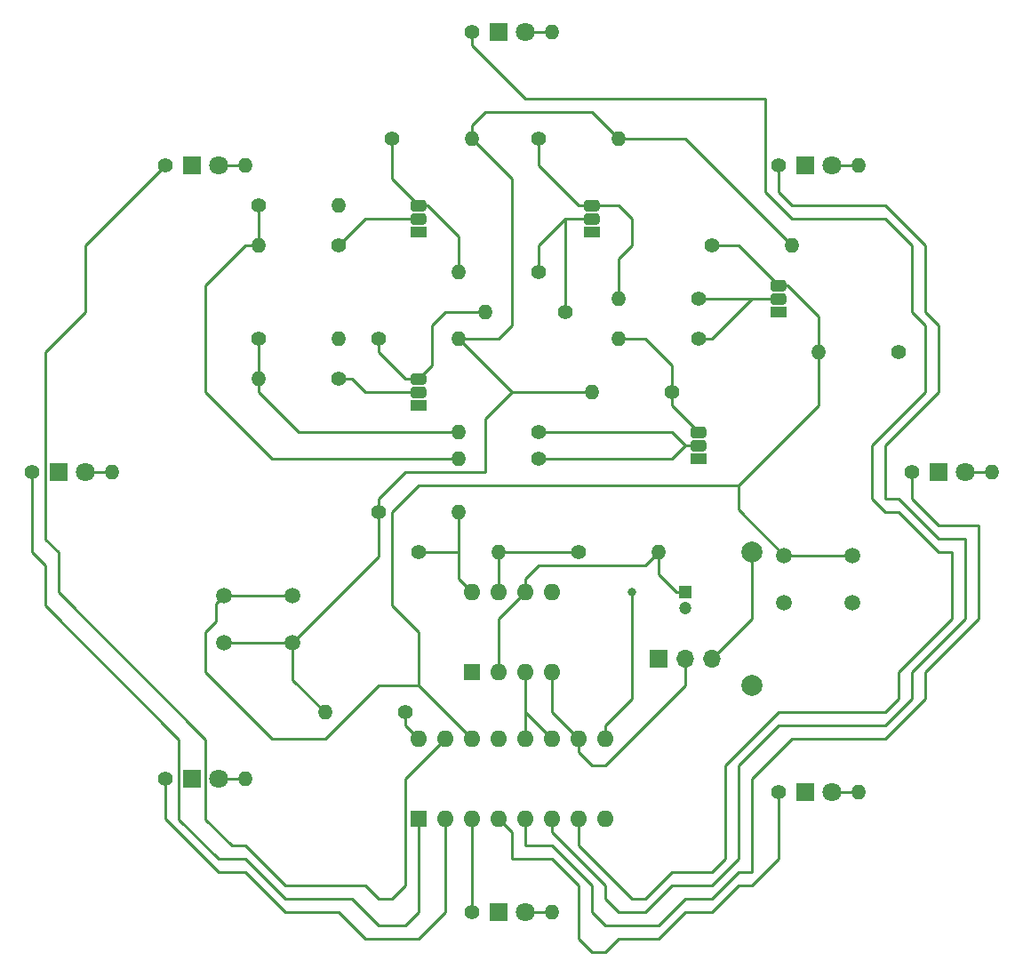
<source format=gtl>
G04 #@! TF.GenerationSoftware,KiCad,Pcbnew,(5.0.0-3-g5ebb6b6)*
G04 #@! TF.CreationDate,2018-09-25T19:29:36-07:00*
G04 #@! TF.ProjectId,christmas-board,6368726973746D61732D626F6172642E,rev?*
G04 #@! TF.SameCoordinates,Original*
G04 #@! TF.FileFunction,Copper,L1,Top,Signal*
G04 #@! TF.FilePolarity,Positive*
%FSLAX46Y46*%
G04 Gerber Fmt 4.6, Leading zero omitted, Abs format (unit mm)*
G04 Created by KiCad (PCBNEW (5.0.0-3-g5ebb6b6)) date Tuesday, September 25, 2018 at 07:29:36 PM*
%MOMM*%
%LPD*%
G01*
G04 APERTURE LIST*
G04 #@! TA.AperFunction,ComponentPad*
%ADD10C,2.000000*%
G04 #@! TD*
G04 #@! TA.AperFunction,ComponentPad*
%ADD11C,1.500000*%
G04 #@! TD*
G04 #@! TA.AperFunction,ComponentPad*
%ADD12R,1.200000X1.200000*%
G04 #@! TD*
G04 #@! TA.AperFunction,ComponentPad*
%ADD13C,1.200000*%
G04 #@! TD*
G04 #@! TA.AperFunction,ComponentPad*
%ADD14C,1.800000*%
G04 #@! TD*
G04 #@! TA.AperFunction,ComponentPad*
%ADD15R,1.800000X1.800000*%
G04 #@! TD*
G04 #@! TA.AperFunction,Conductor*
%ADD16C,0.100000*%
G04 #@! TD*
G04 #@! TA.AperFunction,ComponentPad*
%ADD17C,1.050000*%
G04 #@! TD*
G04 #@! TA.AperFunction,ComponentPad*
%ADD18R,1.500000X1.050000*%
G04 #@! TD*
G04 #@! TA.AperFunction,ComponentPad*
%ADD19C,1.400000*%
G04 #@! TD*
G04 #@! TA.AperFunction,ComponentPad*
%ADD20O,1.400000X1.400000*%
G04 #@! TD*
G04 #@! TA.AperFunction,ComponentPad*
%ADD21R,1.600000X1.600000*%
G04 #@! TD*
G04 #@! TA.AperFunction,ComponentPad*
%ADD22O,1.600000X1.600000*%
G04 #@! TD*
G04 #@! TA.AperFunction,ComponentPad*
%ADD23R,1.700000X1.700000*%
G04 #@! TD*
G04 #@! TA.AperFunction,ComponentPad*
%ADD24O,1.700000X1.700000*%
G04 #@! TD*
G04 #@! TA.AperFunction,ViaPad*
%ADD25C,0.800000*%
G04 #@! TD*
G04 #@! TA.AperFunction,Conductor*
%ADD26C,0.250000*%
G04 #@! TD*
G04 APERTURE END LIST*
D10*
G04 #@! TO.P,J1,1*
G04 #@! TO.N,Net-(J1-Pad1)*
X133350000Y-96520000D03*
G04 #@! TO.P,J1,2*
G04 #@! TO.N,GND*
X133350000Y-109220000D03*
G04 #@! TD*
D11*
G04 #@! TO.P,SW2,2*
G04 #@! TO.N,/PULL_HIGH*
X142950000Y-96810000D03*
X136450000Y-96810000D03*
G04 #@! TO.P,SW2,1*
G04 #@! TO.N,GND*
X136450000Y-101310000D03*
X142950000Y-101310000D03*
G04 #@! TD*
G04 #@! TO.P,SW1,2*
G04 #@! TO.N,/PULL_HIGH*
X89610000Y-100620000D03*
X83110000Y-100620000D03*
G04 #@! TO.P,SW1,1*
G04 #@! TO.N,VCC*
X83110000Y-105120000D03*
X89610000Y-105120000D03*
G04 #@! TD*
D12*
G04 #@! TO.P,C1,1*
G04 #@! TO.N,Net-(C1-Pad1)*
X127000000Y-100330000D03*
D13*
G04 #@! TO.P,C1,2*
G04 #@! TO.N,GND*
X127000000Y-101830000D03*
G04 #@! TD*
D14*
G04 #@! TO.P,D1,2*
G04 #@! TO.N,Net-(D1-Pad2)*
X82550000Y-59690000D03*
D15*
G04 #@! TO.P,D1,1*
G04 #@! TO.N,GND*
X80010000Y-59690000D03*
G04 #@! TD*
G04 #@! TO.P,D2,1*
G04 #@! TO.N,GND*
X67310000Y-88900000D03*
D14*
G04 #@! TO.P,D2,2*
G04 #@! TO.N,Net-(D2-Pad2)*
X69850000Y-88900000D03*
G04 #@! TD*
G04 #@! TO.P,D3,2*
G04 #@! TO.N,Net-(D3-Pad2)*
X82550000Y-118110000D03*
D15*
G04 #@! TO.P,D3,1*
G04 #@! TO.N,GND*
X80010000Y-118110000D03*
G04 #@! TD*
G04 #@! TO.P,D4,1*
G04 #@! TO.N,GND*
X109220000Y-130810000D03*
D14*
G04 #@! TO.P,D4,2*
G04 #@! TO.N,Net-(D4-Pad2)*
X111760000Y-130810000D03*
G04 #@! TD*
D15*
G04 #@! TO.P,D5,1*
G04 #@! TO.N,GND*
X138430000Y-119380000D03*
D14*
G04 #@! TO.P,D5,2*
G04 #@! TO.N,Net-(D5-Pad2)*
X140970000Y-119380000D03*
G04 #@! TD*
G04 #@! TO.P,D6,2*
G04 #@! TO.N,Net-(D6-Pad2)*
X153670000Y-88900000D03*
D15*
G04 #@! TO.P,D6,1*
G04 #@! TO.N,GND*
X151130000Y-88900000D03*
G04 #@! TD*
G04 #@! TO.P,D7,1*
G04 #@! TO.N,GND*
X138430000Y-59690000D03*
D14*
G04 #@! TO.P,D7,2*
G04 #@! TO.N,Net-(D7-Pad2)*
X140970000Y-59690000D03*
G04 #@! TD*
G04 #@! TO.P,D8,2*
G04 #@! TO.N,Net-(D8-Pad2)*
X111760000Y-46990000D03*
D15*
G04 #@! TO.P,D8,1*
G04 #@! TO.N,GND*
X109220000Y-46990000D03*
G04 #@! TD*
D16*
G04 #@! TO.N,Net-(Q1-Pad2)*
G04 #@! TO.C,Q1*
G36*
X102113229Y-64246264D02*
X102138711Y-64250044D01*
X102163700Y-64256303D01*
X102187954Y-64264982D01*
X102211242Y-64275996D01*
X102233337Y-64289239D01*
X102254028Y-64304585D01*
X102273116Y-64321884D01*
X102290415Y-64340972D01*
X102305761Y-64361663D01*
X102319004Y-64383758D01*
X102330018Y-64407046D01*
X102338697Y-64431300D01*
X102344956Y-64456289D01*
X102348736Y-64481771D01*
X102350000Y-64507500D01*
X102350000Y-65032500D01*
X102348736Y-65058229D01*
X102344956Y-65083711D01*
X102338697Y-65108700D01*
X102330018Y-65132954D01*
X102319004Y-65156242D01*
X102305761Y-65178337D01*
X102290415Y-65199028D01*
X102273116Y-65218116D01*
X102254028Y-65235415D01*
X102233337Y-65250761D01*
X102211242Y-65264004D01*
X102187954Y-65275018D01*
X102163700Y-65283697D01*
X102138711Y-65289956D01*
X102113229Y-65293736D01*
X102087500Y-65295000D01*
X101112500Y-65295000D01*
X101086771Y-65293736D01*
X101061289Y-65289956D01*
X101036300Y-65283697D01*
X101012046Y-65275018D01*
X100988758Y-65264004D01*
X100966663Y-65250761D01*
X100945972Y-65235415D01*
X100926884Y-65218116D01*
X100909585Y-65199028D01*
X100894239Y-65178337D01*
X100880996Y-65156242D01*
X100869982Y-65132954D01*
X100861303Y-65108700D01*
X100855044Y-65083711D01*
X100851264Y-65058229D01*
X100850000Y-65032500D01*
X100850000Y-64507500D01*
X100851264Y-64481771D01*
X100855044Y-64456289D01*
X100861303Y-64431300D01*
X100869982Y-64407046D01*
X100880996Y-64383758D01*
X100894239Y-64361663D01*
X100909585Y-64340972D01*
X100926884Y-64321884D01*
X100945972Y-64304585D01*
X100966663Y-64289239D01*
X100988758Y-64275996D01*
X101012046Y-64264982D01*
X101036300Y-64256303D01*
X101061289Y-64250044D01*
X101086771Y-64246264D01*
X101112500Y-64245000D01*
X102087500Y-64245000D01*
X102113229Y-64246264D01*
X102113229Y-64246264D01*
G37*
D17*
G04 #@! TD*
G04 #@! TO.P,Q1,2*
G04 #@! TO.N,Net-(Q1-Pad2)*
X101600000Y-64770000D03*
D16*
G04 #@! TO.N,Net-(Q1-Pad3)*
G04 #@! TO.C,Q1*
G36*
X102113229Y-62976264D02*
X102138711Y-62980044D01*
X102163700Y-62986303D01*
X102187954Y-62994982D01*
X102211242Y-63005996D01*
X102233337Y-63019239D01*
X102254028Y-63034585D01*
X102273116Y-63051884D01*
X102290415Y-63070972D01*
X102305761Y-63091663D01*
X102319004Y-63113758D01*
X102330018Y-63137046D01*
X102338697Y-63161300D01*
X102344956Y-63186289D01*
X102348736Y-63211771D01*
X102350000Y-63237500D01*
X102350000Y-63762500D01*
X102348736Y-63788229D01*
X102344956Y-63813711D01*
X102338697Y-63838700D01*
X102330018Y-63862954D01*
X102319004Y-63886242D01*
X102305761Y-63908337D01*
X102290415Y-63929028D01*
X102273116Y-63948116D01*
X102254028Y-63965415D01*
X102233337Y-63980761D01*
X102211242Y-63994004D01*
X102187954Y-64005018D01*
X102163700Y-64013697D01*
X102138711Y-64019956D01*
X102113229Y-64023736D01*
X102087500Y-64025000D01*
X101112500Y-64025000D01*
X101086771Y-64023736D01*
X101061289Y-64019956D01*
X101036300Y-64013697D01*
X101012046Y-64005018D01*
X100988758Y-63994004D01*
X100966663Y-63980761D01*
X100945972Y-63965415D01*
X100926884Y-63948116D01*
X100909585Y-63929028D01*
X100894239Y-63908337D01*
X100880996Y-63886242D01*
X100869982Y-63862954D01*
X100861303Y-63838700D01*
X100855044Y-63813711D01*
X100851264Y-63788229D01*
X100850000Y-63762500D01*
X100850000Y-63237500D01*
X100851264Y-63211771D01*
X100855044Y-63186289D01*
X100861303Y-63161300D01*
X100869982Y-63137046D01*
X100880996Y-63113758D01*
X100894239Y-63091663D01*
X100909585Y-63070972D01*
X100926884Y-63051884D01*
X100945972Y-63034585D01*
X100966663Y-63019239D01*
X100988758Y-63005996D01*
X101012046Y-62994982D01*
X101036300Y-62986303D01*
X101061289Y-62980044D01*
X101086771Y-62976264D01*
X101112500Y-62975000D01*
X102087500Y-62975000D01*
X102113229Y-62976264D01*
X102113229Y-62976264D01*
G37*
D17*
G04 #@! TD*
G04 #@! TO.P,Q1,3*
G04 #@! TO.N,Net-(Q1-Pad3)*
X101600000Y-63500000D03*
D18*
G04 #@! TO.P,Q1,1*
G04 #@! TO.N,GND*
X101600000Y-66040000D03*
G04 #@! TD*
D16*
G04 #@! TO.N,Net-(Q2-Pad2)*
G04 #@! TO.C,Q2*
G36*
X102113229Y-80756264D02*
X102138711Y-80760044D01*
X102163700Y-80766303D01*
X102187954Y-80774982D01*
X102211242Y-80785996D01*
X102233337Y-80799239D01*
X102254028Y-80814585D01*
X102273116Y-80831884D01*
X102290415Y-80850972D01*
X102305761Y-80871663D01*
X102319004Y-80893758D01*
X102330018Y-80917046D01*
X102338697Y-80941300D01*
X102344956Y-80966289D01*
X102348736Y-80991771D01*
X102350000Y-81017500D01*
X102350000Y-81542500D01*
X102348736Y-81568229D01*
X102344956Y-81593711D01*
X102338697Y-81618700D01*
X102330018Y-81642954D01*
X102319004Y-81666242D01*
X102305761Y-81688337D01*
X102290415Y-81709028D01*
X102273116Y-81728116D01*
X102254028Y-81745415D01*
X102233337Y-81760761D01*
X102211242Y-81774004D01*
X102187954Y-81785018D01*
X102163700Y-81793697D01*
X102138711Y-81799956D01*
X102113229Y-81803736D01*
X102087500Y-81805000D01*
X101112500Y-81805000D01*
X101086771Y-81803736D01*
X101061289Y-81799956D01*
X101036300Y-81793697D01*
X101012046Y-81785018D01*
X100988758Y-81774004D01*
X100966663Y-81760761D01*
X100945972Y-81745415D01*
X100926884Y-81728116D01*
X100909585Y-81709028D01*
X100894239Y-81688337D01*
X100880996Y-81666242D01*
X100869982Y-81642954D01*
X100861303Y-81618700D01*
X100855044Y-81593711D01*
X100851264Y-81568229D01*
X100850000Y-81542500D01*
X100850000Y-81017500D01*
X100851264Y-80991771D01*
X100855044Y-80966289D01*
X100861303Y-80941300D01*
X100869982Y-80917046D01*
X100880996Y-80893758D01*
X100894239Y-80871663D01*
X100909585Y-80850972D01*
X100926884Y-80831884D01*
X100945972Y-80814585D01*
X100966663Y-80799239D01*
X100988758Y-80785996D01*
X101012046Y-80774982D01*
X101036300Y-80766303D01*
X101061289Y-80760044D01*
X101086771Y-80756264D01*
X101112500Y-80755000D01*
X102087500Y-80755000D01*
X102113229Y-80756264D01*
X102113229Y-80756264D01*
G37*
D17*
G04 #@! TD*
G04 #@! TO.P,Q2,2*
G04 #@! TO.N,Net-(Q2-Pad2)*
X101600000Y-81280000D03*
D16*
G04 #@! TO.N,Net-(Q2-Pad3)*
G04 #@! TO.C,Q2*
G36*
X102113229Y-79486264D02*
X102138711Y-79490044D01*
X102163700Y-79496303D01*
X102187954Y-79504982D01*
X102211242Y-79515996D01*
X102233337Y-79529239D01*
X102254028Y-79544585D01*
X102273116Y-79561884D01*
X102290415Y-79580972D01*
X102305761Y-79601663D01*
X102319004Y-79623758D01*
X102330018Y-79647046D01*
X102338697Y-79671300D01*
X102344956Y-79696289D01*
X102348736Y-79721771D01*
X102350000Y-79747500D01*
X102350000Y-80272500D01*
X102348736Y-80298229D01*
X102344956Y-80323711D01*
X102338697Y-80348700D01*
X102330018Y-80372954D01*
X102319004Y-80396242D01*
X102305761Y-80418337D01*
X102290415Y-80439028D01*
X102273116Y-80458116D01*
X102254028Y-80475415D01*
X102233337Y-80490761D01*
X102211242Y-80504004D01*
X102187954Y-80515018D01*
X102163700Y-80523697D01*
X102138711Y-80529956D01*
X102113229Y-80533736D01*
X102087500Y-80535000D01*
X101112500Y-80535000D01*
X101086771Y-80533736D01*
X101061289Y-80529956D01*
X101036300Y-80523697D01*
X101012046Y-80515018D01*
X100988758Y-80504004D01*
X100966663Y-80490761D01*
X100945972Y-80475415D01*
X100926884Y-80458116D01*
X100909585Y-80439028D01*
X100894239Y-80418337D01*
X100880996Y-80396242D01*
X100869982Y-80372954D01*
X100861303Y-80348700D01*
X100855044Y-80323711D01*
X100851264Y-80298229D01*
X100850000Y-80272500D01*
X100850000Y-79747500D01*
X100851264Y-79721771D01*
X100855044Y-79696289D01*
X100861303Y-79671300D01*
X100869982Y-79647046D01*
X100880996Y-79623758D01*
X100894239Y-79601663D01*
X100909585Y-79580972D01*
X100926884Y-79561884D01*
X100945972Y-79544585D01*
X100966663Y-79529239D01*
X100988758Y-79515996D01*
X101012046Y-79504982D01*
X101036300Y-79496303D01*
X101061289Y-79490044D01*
X101086771Y-79486264D01*
X101112500Y-79485000D01*
X102087500Y-79485000D01*
X102113229Y-79486264D01*
X102113229Y-79486264D01*
G37*
D17*
G04 #@! TD*
G04 #@! TO.P,Q2,3*
G04 #@! TO.N,Net-(Q2-Pad3)*
X101600000Y-80010000D03*
D18*
G04 #@! TO.P,Q2,1*
G04 #@! TO.N,GND*
X101600000Y-82550000D03*
G04 #@! TD*
G04 #@! TO.P,Q3,1*
G04 #@! TO.N,GND*
X118110000Y-66040000D03*
D16*
G04 #@! TD*
G04 #@! TO.N,Net-(Q3-Pad3)*
G04 #@! TO.C,Q3*
G36*
X118623229Y-62976264D02*
X118648711Y-62980044D01*
X118673700Y-62986303D01*
X118697954Y-62994982D01*
X118721242Y-63005996D01*
X118743337Y-63019239D01*
X118764028Y-63034585D01*
X118783116Y-63051884D01*
X118800415Y-63070972D01*
X118815761Y-63091663D01*
X118829004Y-63113758D01*
X118840018Y-63137046D01*
X118848697Y-63161300D01*
X118854956Y-63186289D01*
X118858736Y-63211771D01*
X118860000Y-63237500D01*
X118860000Y-63762500D01*
X118858736Y-63788229D01*
X118854956Y-63813711D01*
X118848697Y-63838700D01*
X118840018Y-63862954D01*
X118829004Y-63886242D01*
X118815761Y-63908337D01*
X118800415Y-63929028D01*
X118783116Y-63948116D01*
X118764028Y-63965415D01*
X118743337Y-63980761D01*
X118721242Y-63994004D01*
X118697954Y-64005018D01*
X118673700Y-64013697D01*
X118648711Y-64019956D01*
X118623229Y-64023736D01*
X118597500Y-64025000D01*
X117622500Y-64025000D01*
X117596771Y-64023736D01*
X117571289Y-64019956D01*
X117546300Y-64013697D01*
X117522046Y-64005018D01*
X117498758Y-63994004D01*
X117476663Y-63980761D01*
X117455972Y-63965415D01*
X117436884Y-63948116D01*
X117419585Y-63929028D01*
X117404239Y-63908337D01*
X117390996Y-63886242D01*
X117379982Y-63862954D01*
X117371303Y-63838700D01*
X117365044Y-63813711D01*
X117361264Y-63788229D01*
X117360000Y-63762500D01*
X117360000Y-63237500D01*
X117361264Y-63211771D01*
X117365044Y-63186289D01*
X117371303Y-63161300D01*
X117379982Y-63137046D01*
X117390996Y-63113758D01*
X117404239Y-63091663D01*
X117419585Y-63070972D01*
X117436884Y-63051884D01*
X117455972Y-63034585D01*
X117476663Y-63019239D01*
X117498758Y-63005996D01*
X117522046Y-62994982D01*
X117546300Y-62986303D01*
X117571289Y-62980044D01*
X117596771Y-62976264D01*
X117622500Y-62975000D01*
X118597500Y-62975000D01*
X118623229Y-62976264D01*
X118623229Y-62976264D01*
G37*
D17*
G04 #@! TO.P,Q3,3*
G04 #@! TO.N,Net-(Q3-Pad3)*
X118110000Y-63500000D03*
D16*
G04 #@! TD*
G04 #@! TO.N,Net-(Q3-Pad2)*
G04 #@! TO.C,Q3*
G36*
X118623229Y-64246264D02*
X118648711Y-64250044D01*
X118673700Y-64256303D01*
X118697954Y-64264982D01*
X118721242Y-64275996D01*
X118743337Y-64289239D01*
X118764028Y-64304585D01*
X118783116Y-64321884D01*
X118800415Y-64340972D01*
X118815761Y-64361663D01*
X118829004Y-64383758D01*
X118840018Y-64407046D01*
X118848697Y-64431300D01*
X118854956Y-64456289D01*
X118858736Y-64481771D01*
X118860000Y-64507500D01*
X118860000Y-65032500D01*
X118858736Y-65058229D01*
X118854956Y-65083711D01*
X118848697Y-65108700D01*
X118840018Y-65132954D01*
X118829004Y-65156242D01*
X118815761Y-65178337D01*
X118800415Y-65199028D01*
X118783116Y-65218116D01*
X118764028Y-65235415D01*
X118743337Y-65250761D01*
X118721242Y-65264004D01*
X118697954Y-65275018D01*
X118673700Y-65283697D01*
X118648711Y-65289956D01*
X118623229Y-65293736D01*
X118597500Y-65295000D01*
X117622500Y-65295000D01*
X117596771Y-65293736D01*
X117571289Y-65289956D01*
X117546300Y-65283697D01*
X117522046Y-65275018D01*
X117498758Y-65264004D01*
X117476663Y-65250761D01*
X117455972Y-65235415D01*
X117436884Y-65218116D01*
X117419585Y-65199028D01*
X117404239Y-65178337D01*
X117390996Y-65156242D01*
X117379982Y-65132954D01*
X117371303Y-65108700D01*
X117365044Y-65083711D01*
X117361264Y-65058229D01*
X117360000Y-65032500D01*
X117360000Y-64507500D01*
X117361264Y-64481771D01*
X117365044Y-64456289D01*
X117371303Y-64431300D01*
X117379982Y-64407046D01*
X117390996Y-64383758D01*
X117404239Y-64361663D01*
X117419585Y-64340972D01*
X117436884Y-64321884D01*
X117455972Y-64304585D01*
X117476663Y-64289239D01*
X117498758Y-64275996D01*
X117522046Y-64264982D01*
X117546300Y-64256303D01*
X117571289Y-64250044D01*
X117596771Y-64246264D01*
X117622500Y-64245000D01*
X118597500Y-64245000D01*
X118623229Y-64246264D01*
X118623229Y-64246264D01*
G37*
D17*
G04 #@! TO.P,Q3,2*
G04 #@! TO.N,Net-(Q3-Pad2)*
X118110000Y-64770000D03*
G04 #@! TD*
D18*
G04 #@! TO.P,Q4,1*
G04 #@! TO.N,GND*
X128270000Y-87630000D03*
D16*
G04 #@! TD*
G04 #@! TO.N,Net-(Q4-Pad3)*
G04 #@! TO.C,Q4*
G36*
X128783229Y-84566264D02*
X128808711Y-84570044D01*
X128833700Y-84576303D01*
X128857954Y-84584982D01*
X128881242Y-84595996D01*
X128903337Y-84609239D01*
X128924028Y-84624585D01*
X128943116Y-84641884D01*
X128960415Y-84660972D01*
X128975761Y-84681663D01*
X128989004Y-84703758D01*
X129000018Y-84727046D01*
X129008697Y-84751300D01*
X129014956Y-84776289D01*
X129018736Y-84801771D01*
X129020000Y-84827500D01*
X129020000Y-85352500D01*
X129018736Y-85378229D01*
X129014956Y-85403711D01*
X129008697Y-85428700D01*
X129000018Y-85452954D01*
X128989004Y-85476242D01*
X128975761Y-85498337D01*
X128960415Y-85519028D01*
X128943116Y-85538116D01*
X128924028Y-85555415D01*
X128903337Y-85570761D01*
X128881242Y-85584004D01*
X128857954Y-85595018D01*
X128833700Y-85603697D01*
X128808711Y-85609956D01*
X128783229Y-85613736D01*
X128757500Y-85615000D01*
X127782500Y-85615000D01*
X127756771Y-85613736D01*
X127731289Y-85609956D01*
X127706300Y-85603697D01*
X127682046Y-85595018D01*
X127658758Y-85584004D01*
X127636663Y-85570761D01*
X127615972Y-85555415D01*
X127596884Y-85538116D01*
X127579585Y-85519028D01*
X127564239Y-85498337D01*
X127550996Y-85476242D01*
X127539982Y-85452954D01*
X127531303Y-85428700D01*
X127525044Y-85403711D01*
X127521264Y-85378229D01*
X127520000Y-85352500D01*
X127520000Y-84827500D01*
X127521264Y-84801771D01*
X127525044Y-84776289D01*
X127531303Y-84751300D01*
X127539982Y-84727046D01*
X127550996Y-84703758D01*
X127564239Y-84681663D01*
X127579585Y-84660972D01*
X127596884Y-84641884D01*
X127615972Y-84624585D01*
X127636663Y-84609239D01*
X127658758Y-84595996D01*
X127682046Y-84584982D01*
X127706300Y-84576303D01*
X127731289Y-84570044D01*
X127756771Y-84566264D01*
X127782500Y-84565000D01*
X128757500Y-84565000D01*
X128783229Y-84566264D01*
X128783229Y-84566264D01*
G37*
D17*
G04 #@! TO.P,Q4,3*
G04 #@! TO.N,Net-(Q4-Pad3)*
X128270000Y-85090000D03*
D16*
G04 #@! TD*
G04 #@! TO.N,Net-(Q4-Pad2)*
G04 #@! TO.C,Q4*
G36*
X128783229Y-85836264D02*
X128808711Y-85840044D01*
X128833700Y-85846303D01*
X128857954Y-85854982D01*
X128881242Y-85865996D01*
X128903337Y-85879239D01*
X128924028Y-85894585D01*
X128943116Y-85911884D01*
X128960415Y-85930972D01*
X128975761Y-85951663D01*
X128989004Y-85973758D01*
X129000018Y-85997046D01*
X129008697Y-86021300D01*
X129014956Y-86046289D01*
X129018736Y-86071771D01*
X129020000Y-86097500D01*
X129020000Y-86622500D01*
X129018736Y-86648229D01*
X129014956Y-86673711D01*
X129008697Y-86698700D01*
X129000018Y-86722954D01*
X128989004Y-86746242D01*
X128975761Y-86768337D01*
X128960415Y-86789028D01*
X128943116Y-86808116D01*
X128924028Y-86825415D01*
X128903337Y-86840761D01*
X128881242Y-86854004D01*
X128857954Y-86865018D01*
X128833700Y-86873697D01*
X128808711Y-86879956D01*
X128783229Y-86883736D01*
X128757500Y-86885000D01*
X127782500Y-86885000D01*
X127756771Y-86883736D01*
X127731289Y-86879956D01*
X127706300Y-86873697D01*
X127682046Y-86865018D01*
X127658758Y-86854004D01*
X127636663Y-86840761D01*
X127615972Y-86825415D01*
X127596884Y-86808116D01*
X127579585Y-86789028D01*
X127564239Y-86768337D01*
X127550996Y-86746242D01*
X127539982Y-86722954D01*
X127531303Y-86698700D01*
X127525044Y-86673711D01*
X127521264Y-86648229D01*
X127520000Y-86622500D01*
X127520000Y-86097500D01*
X127521264Y-86071771D01*
X127525044Y-86046289D01*
X127531303Y-86021300D01*
X127539982Y-85997046D01*
X127550996Y-85973758D01*
X127564239Y-85951663D01*
X127579585Y-85930972D01*
X127596884Y-85911884D01*
X127615972Y-85894585D01*
X127636663Y-85879239D01*
X127658758Y-85865996D01*
X127682046Y-85854982D01*
X127706300Y-85846303D01*
X127731289Y-85840044D01*
X127756771Y-85836264D01*
X127782500Y-85835000D01*
X128757500Y-85835000D01*
X128783229Y-85836264D01*
X128783229Y-85836264D01*
G37*
D17*
G04 #@! TO.P,Q4,2*
G04 #@! TO.N,Net-(Q4-Pad2)*
X128270000Y-86360000D03*
G04 #@! TD*
D16*
G04 #@! TO.N,Net-(Q5-Pad2)*
G04 #@! TO.C,Q5*
G36*
X136403229Y-71866264D02*
X136428711Y-71870044D01*
X136453700Y-71876303D01*
X136477954Y-71884982D01*
X136501242Y-71895996D01*
X136523337Y-71909239D01*
X136544028Y-71924585D01*
X136563116Y-71941884D01*
X136580415Y-71960972D01*
X136595761Y-71981663D01*
X136609004Y-72003758D01*
X136620018Y-72027046D01*
X136628697Y-72051300D01*
X136634956Y-72076289D01*
X136638736Y-72101771D01*
X136640000Y-72127500D01*
X136640000Y-72652500D01*
X136638736Y-72678229D01*
X136634956Y-72703711D01*
X136628697Y-72728700D01*
X136620018Y-72752954D01*
X136609004Y-72776242D01*
X136595761Y-72798337D01*
X136580415Y-72819028D01*
X136563116Y-72838116D01*
X136544028Y-72855415D01*
X136523337Y-72870761D01*
X136501242Y-72884004D01*
X136477954Y-72895018D01*
X136453700Y-72903697D01*
X136428711Y-72909956D01*
X136403229Y-72913736D01*
X136377500Y-72915000D01*
X135402500Y-72915000D01*
X135376771Y-72913736D01*
X135351289Y-72909956D01*
X135326300Y-72903697D01*
X135302046Y-72895018D01*
X135278758Y-72884004D01*
X135256663Y-72870761D01*
X135235972Y-72855415D01*
X135216884Y-72838116D01*
X135199585Y-72819028D01*
X135184239Y-72798337D01*
X135170996Y-72776242D01*
X135159982Y-72752954D01*
X135151303Y-72728700D01*
X135145044Y-72703711D01*
X135141264Y-72678229D01*
X135140000Y-72652500D01*
X135140000Y-72127500D01*
X135141264Y-72101771D01*
X135145044Y-72076289D01*
X135151303Y-72051300D01*
X135159982Y-72027046D01*
X135170996Y-72003758D01*
X135184239Y-71981663D01*
X135199585Y-71960972D01*
X135216884Y-71941884D01*
X135235972Y-71924585D01*
X135256663Y-71909239D01*
X135278758Y-71895996D01*
X135302046Y-71884982D01*
X135326300Y-71876303D01*
X135351289Y-71870044D01*
X135376771Y-71866264D01*
X135402500Y-71865000D01*
X136377500Y-71865000D01*
X136403229Y-71866264D01*
X136403229Y-71866264D01*
G37*
D17*
G04 #@! TD*
G04 #@! TO.P,Q5,2*
G04 #@! TO.N,Net-(Q5-Pad2)*
X135890000Y-72390000D03*
D16*
G04 #@! TO.N,/PULL_HIGH*
G04 #@! TO.C,Q5*
G36*
X136403229Y-70596264D02*
X136428711Y-70600044D01*
X136453700Y-70606303D01*
X136477954Y-70614982D01*
X136501242Y-70625996D01*
X136523337Y-70639239D01*
X136544028Y-70654585D01*
X136563116Y-70671884D01*
X136580415Y-70690972D01*
X136595761Y-70711663D01*
X136609004Y-70733758D01*
X136620018Y-70757046D01*
X136628697Y-70781300D01*
X136634956Y-70806289D01*
X136638736Y-70831771D01*
X136640000Y-70857500D01*
X136640000Y-71382500D01*
X136638736Y-71408229D01*
X136634956Y-71433711D01*
X136628697Y-71458700D01*
X136620018Y-71482954D01*
X136609004Y-71506242D01*
X136595761Y-71528337D01*
X136580415Y-71549028D01*
X136563116Y-71568116D01*
X136544028Y-71585415D01*
X136523337Y-71600761D01*
X136501242Y-71614004D01*
X136477954Y-71625018D01*
X136453700Y-71633697D01*
X136428711Y-71639956D01*
X136403229Y-71643736D01*
X136377500Y-71645000D01*
X135402500Y-71645000D01*
X135376771Y-71643736D01*
X135351289Y-71639956D01*
X135326300Y-71633697D01*
X135302046Y-71625018D01*
X135278758Y-71614004D01*
X135256663Y-71600761D01*
X135235972Y-71585415D01*
X135216884Y-71568116D01*
X135199585Y-71549028D01*
X135184239Y-71528337D01*
X135170996Y-71506242D01*
X135159982Y-71482954D01*
X135151303Y-71458700D01*
X135145044Y-71433711D01*
X135141264Y-71408229D01*
X135140000Y-71382500D01*
X135140000Y-70857500D01*
X135141264Y-70831771D01*
X135145044Y-70806289D01*
X135151303Y-70781300D01*
X135159982Y-70757046D01*
X135170996Y-70733758D01*
X135184239Y-70711663D01*
X135199585Y-70690972D01*
X135216884Y-70671884D01*
X135235972Y-70654585D01*
X135256663Y-70639239D01*
X135278758Y-70625996D01*
X135302046Y-70614982D01*
X135326300Y-70606303D01*
X135351289Y-70600044D01*
X135376771Y-70596264D01*
X135402500Y-70595000D01*
X136377500Y-70595000D01*
X136403229Y-70596264D01*
X136403229Y-70596264D01*
G37*
D17*
G04 #@! TD*
G04 #@! TO.P,Q5,3*
G04 #@! TO.N,/PULL_HIGH*
X135890000Y-71120000D03*
D18*
G04 #@! TO.P,Q5,1*
G04 #@! TO.N,GND*
X135890000Y-73660000D03*
G04 #@! TD*
D19*
G04 #@! TO.P,R1,1*
G04 #@! TO.N,/XOR_IN_A*
X86360000Y-63500000D03*
D20*
G04 #@! TO.P,R1,2*
G04 #@! TO.N,GND*
X93980000Y-63500000D03*
G04 #@! TD*
G04 #@! TO.P,R2,2*
G04 #@! TO.N,GND*
X93980000Y-76200000D03*
D19*
G04 #@! TO.P,R2,1*
G04 #@! TO.N,/LED_E*
X86360000Y-76200000D03*
G04 #@! TD*
G04 #@! TO.P,R3,1*
G04 #@! TO.N,Net-(Q1-Pad2)*
X93980000Y-67310000D03*
D20*
G04 #@! TO.P,R3,2*
G04 #@! TO.N,/XOR_IN_A*
X86360000Y-67310000D03*
G04 #@! TD*
D19*
G04 #@! TO.P,R4,1*
G04 #@! TO.N,Net-(Q2-Pad2)*
X93980000Y-80010000D03*
D20*
G04 #@! TO.P,R4,2*
G04 #@! TO.N,/LED_E*
X86360000Y-80010000D03*
G04 #@! TD*
G04 #@! TO.P,R5,2*
G04 #@! TO.N,VCC*
X106680000Y-57150000D03*
D19*
G04 #@! TO.P,R5,1*
G04 #@! TO.N,Net-(Q1-Pad3)*
X99060000Y-57150000D03*
G04 #@! TD*
D20*
G04 #@! TO.P,R6,2*
G04 #@! TO.N,VCC*
X105410000Y-76200000D03*
D19*
G04 #@! TO.P,R6,1*
G04 #@! TO.N,Net-(Q2-Pad3)*
X97790000Y-76200000D03*
G04 #@! TD*
D20*
G04 #@! TO.P,R7,2*
G04 #@! TO.N,Net-(Q1-Pad3)*
X105410000Y-69850000D03*
D19*
G04 #@! TO.P,R7,1*
G04 #@! TO.N,Net-(Q3-Pad2)*
X113030000Y-69850000D03*
G04 #@! TD*
D20*
G04 #@! TO.P,R8,2*
G04 #@! TO.N,Net-(Q2-Pad3)*
X107950000Y-73660000D03*
D19*
G04 #@! TO.P,R8,1*
G04 #@! TO.N,Net-(Q3-Pad2)*
X115570000Y-73660000D03*
G04 #@! TD*
G04 #@! TO.P,R9,1*
G04 #@! TO.N,Net-(Q4-Pad2)*
X113030000Y-87630000D03*
D20*
G04 #@! TO.P,R9,2*
G04 #@! TO.N,/XOR_IN_A*
X105410000Y-87630000D03*
G04 #@! TD*
G04 #@! TO.P,R10,2*
G04 #@! TO.N,/LED_E*
X105410000Y-85090000D03*
D19*
G04 #@! TO.P,R10,1*
G04 #@! TO.N,Net-(Q4-Pad2)*
X113030000Y-85090000D03*
G04 #@! TD*
D20*
G04 #@! TO.P,R11,2*
G04 #@! TO.N,VCC*
X120650000Y-57150000D03*
D19*
G04 #@! TO.P,R11,1*
G04 #@! TO.N,Net-(Q3-Pad3)*
X113030000Y-57150000D03*
G04 #@! TD*
G04 #@! TO.P,R12,1*
G04 #@! TO.N,Net-(Q4-Pad3)*
X125730000Y-81280000D03*
D20*
G04 #@! TO.P,R12,2*
G04 #@! TO.N,VCC*
X118110000Y-81280000D03*
G04 #@! TD*
D19*
G04 #@! TO.P,R13,1*
G04 #@! TO.N,Net-(Q5-Pad2)*
X128270000Y-72390000D03*
D20*
G04 #@! TO.P,R13,2*
G04 #@! TO.N,Net-(Q3-Pad3)*
X120650000Y-72390000D03*
G04 #@! TD*
G04 #@! TO.P,R14,2*
G04 #@! TO.N,Net-(Q4-Pad3)*
X120650000Y-76200000D03*
D19*
G04 #@! TO.P,R14,1*
G04 #@! TO.N,Net-(Q5-Pad2)*
X128270000Y-76200000D03*
G04 #@! TD*
D20*
G04 #@! TO.P,R15,2*
G04 #@! TO.N,VCC*
X137160000Y-67310000D03*
D19*
G04 #@! TO.P,R15,1*
G04 #@! TO.N,/PULL_HIGH*
X129540000Y-67310000D03*
G04 #@! TD*
G04 #@! TO.P,R16,1*
G04 #@! TO.N,/LED_A*
X77470000Y-59690000D03*
D20*
G04 #@! TO.P,R16,2*
G04 #@! TO.N,Net-(D1-Pad2)*
X85090000Y-59690000D03*
G04 #@! TD*
D19*
G04 #@! TO.P,R17,1*
G04 #@! TO.N,/LED_B*
X64770000Y-88900000D03*
D20*
G04 #@! TO.P,R17,2*
G04 #@! TO.N,Net-(D2-Pad2)*
X72390000Y-88900000D03*
G04 #@! TD*
G04 #@! TO.P,R18,2*
G04 #@! TO.N,Net-(D3-Pad2)*
X85090000Y-118110000D03*
D19*
G04 #@! TO.P,R18,1*
G04 #@! TO.N,/LED_C*
X77470000Y-118110000D03*
G04 #@! TD*
G04 #@! TO.P,R19,1*
G04 #@! TO.N,/LED_D*
X106680000Y-130810000D03*
D20*
G04 #@! TO.P,R19,2*
G04 #@! TO.N,Net-(D4-Pad2)*
X114300000Y-130810000D03*
G04 #@! TD*
G04 #@! TO.P,R20,2*
G04 #@! TO.N,Net-(D5-Pad2)*
X143510000Y-119380000D03*
D19*
G04 #@! TO.P,R20,1*
G04 #@! TO.N,/LED_E*
X135890000Y-119380000D03*
G04 #@! TD*
G04 #@! TO.P,R21,1*
G04 #@! TO.N,/LED_F*
X148590000Y-88900000D03*
D20*
G04 #@! TO.P,R21,2*
G04 #@! TO.N,Net-(D6-Pad2)*
X156210000Y-88900000D03*
G04 #@! TD*
G04 #@! TO.P,R22,2*
G04 #@! TO.N,Net-(D7-Pad2)*
X143510000Y-59690000D03*
D19*
G04 #@! TO.P,R22,1*
G04 #@! TO.N,/LED_G*
X135890000Y-59690000D03*
G04 #@! TD*
G04 #@! TO.P,R23,1*
G04 #@! TO.N,/LED_H*
X106680000Y-46990000D03*
D20*
G04 #@! TO.P,R23,2*
G04 #@! TO.N,Net-(D8-Pad2)*
X114300000Y-46990000D03*
G04 #@! TD*
D19*
G04 #@! TO.P,R24,1*
G04 #@! TO.N,Net-(R24-Pad1)*
X100330000Y-111760000D03*
D20*
G04 #@! TO.P,R24,2*
G04 #@! TO.N,VCC*
X92710000Y-111760000D03*
G04 #@! TD*
D19*
G04 #@! TO.P,R25,1*
G04 #@! TO.N,VCC*
X97790000Y-92710000D03*
D20*
G04 #@! TO.P,R25,2*
G04 #@! TO.N,Net-(R25-Pad2)*
X105410000Y-92710000D03*
G04 #@! TD*
D19*
G04 #@! TO.P,R26,1*
G04 #@! TO.N,Net-(R26-Pad1)*
X116840000Y-96520000D03*
D20*
G04 #@! TO.P,R26,2*
G04 #@! TO.N,Net-(C1-Pad1)*
X124460000Y-96520000D03*
G04 #@! TD*
G04 #@! TO.P,R27,2*
G04 #@! TO.N,/PULL_HIGH*
X139700000Y-77470000D03*
D19*
G04 #@! TO.P,R27,1*
G04 #@! TO.N,GND*
X147320000Y-77470000D03*
G04 #@! TD*
D20*
G04 #@! TO.P,R28,2*
G04 #@! TO.N,Net-(R26-Pad1)*
X109220000Y-96520000D03*
D19*
G04 #@! TO.P,R28,1*
G04 #@! TO.N,Net-(R25-Pad2)*
X101600000Y-96520000D03*
G04 #@! TD*
D21*
G04 #@! TO.P,U1,1*
G04 #@! TO.N,/LED_B*
X101600000Y-121920000D03*
D22*
G04 #@! TO.P,U1,9*
G04 #@! TO.N,/XOR_IN_A*
X119380000Y-114300000D03*
G04 #@! TO.P,U1,2*
G04 #@! TO.N,/LED_C*
X104140000Y-121920000D03*
G04 #@! TO.P,U1,10*
G04 #@! TO.N,VCC*
X116840000Y-114300000D03*
G04 #@! TO.P,U1,3*
G04 #@! TO.N,/LED_D*
X106680000Y-121920000D03*
G04 #@! TO.P,U1,11*
G04 #@! TO.N,/555_OUT*
X114300000Y-114300000D03*
G04 #@! TO.P,U1,4*
G04 #@! TO.N,/LED_E*
X109220000Y-121920000D03*
G04 #@! TO.P,U1,12*
G04 #@! TO.N,/555_OUT*
X111760000Y-114300000D03*
G04 #@! TO.P,U1,5*
G04 #@! TO.N,/LED_F*
X111760000Y-121920000D03*
G04 #@! TO.P,U1,13*
G04 #@! TO.N,GND*
X109220000Y-114300000D03*
G04 #@! TO.P,U1,6*
G04 #@! TO.N,/LED_G*
X114300000Y-121920000D03*
G04 #@! TO.P,U1,14*
G04 #@! TO.N,/PULL_HIGH*
X106680000Y-114300000D03*
G04 #@! TO.P,U1,7*
G04 #@! TO.N,/LED_H*
X116840000Y-121920000D03*
G04 #@! TO.P,U1,15*
G04 #@! TO.N,/LED_A*
X104140000Y-114300000D03*
G04 #@! TO.P,U1,8*
G04 #@! TO.N,GND*
X119380000Y-121920000D03*
G04 #@! TO.P,U1,16*
G04 #@! TO.N,Net-(R24-Pad1)*
X101600000Y-114300000D03*
G04 #@! TD*
D21*
G04 #@! TO.P,U2,1*
G04 #@! TO.N,GND*
X106680000Y-107950000D03*
D22*
G04 #@! TO.P,U2,5*
G04 #@! TO.N,Net-(U2-Pad5)*
X114300000Y-100330000D03*
G04 #@! TO.P,U2,2*
G04 #@! TO.N,Net-(C1-Pad1)*
X109220000Y-107950000D03*
G04 #@! TO.P,U2,6*
X111760000Y-100330000D03*
G04 #@! TO.P,U2,3*
G04 #@! TO.N,/555_OUT*
X111760000Y-107950000D03*
G04 #@! TO.P,U2,7*
G04 #@! TO.N,Net-(R26-Pad1)*
X109220000Y-100330000D03*
G04 #@! TO.P,U2,4*
G04 #@! TO.N,VCC*
X114300000Y-107950000D03*
G04 #@! TO.P,U2,8*
G04 #@! TO.N,Net-(R25-Pad2)*
X106680000Y-100330000D03*
G04 #@! TD*
D23*
G04 #@! TO.P,SW3,1*
G04 #@! TO.N,Net-(SW3-Pad1)*
X124460000Y-106680000D03*
D24*
G04 #@! TO.P,SW3,2*
G04 #@! TO.N,VCC*
X127000000Y-106680000D03*
G04 #@! TO.P,SW3,3*
G04 #@! TO.N,Net-(J1-Pad1)*
X129540000Y-106680000D03*
G04 #@! TD*
D25*
G04 #@! TO.N,/XOR_IN_A*
X121920000Y-100330000D03*
G04 #@! TD*
D26*
G04 #@! TO.N,Net-(C1-Pad1)*
X111760000Y-100330000D02*
X111760000Y-99060000D01*
X111760000Y-99060000D02*
X113030000Y-97790000D01*
X123190000Y-97790000D02*
X124460000Y-96520000D01*
X113030000Y-97790000D02*
X123190000Y-97790000D01*
X126150000Y-100330000D02*
X127000000Y-100330000D01*
X124460000Y-98640000D02*
X126150000Y-100330000D01*
X124460000Y-96520000D02*
X124460000Y-98640000D01*
X109220000Y-102870000D02*
X111760000Y-100330000D01*
X109220000Y-107950000D02*
X109220000Y-102870000D01*
G04 #@! TO.N,Net-(D1-Pad2)*
X82550000Y-59690000D02*
X85090000Y-59690000D01*
G04 #@! TO.N,Net-(D2-Pad2)*
X69850000Y-88900000D02*
X72390000Y-88900000D01*
G04 #@! TO.N,Net-(D3-Pad2)*
X82550000Y-118110000D02*
X85090000Y-118110000D01*
G04 #@! TO.N,Net-(D4-Pad2)*
X111760000Y-130810000D02*
X114300000Y-130810000D01*
G04 #@! TO.N,Net-(D5-Pad2)*
X140970000Y-119380000D02*
X143510000Y-119380000D01*
G04 #@! TO.N,Net-(D6-Pad2)*
X153670000Y-88900000D02*
X156210000Y-88900000D01*
G04 #@! TO.N,Net-(D7-Pad2)*
X140970000Y-59690000D02*
X143510000Y-59690000D01*
G04 #@! TO.N,Net-(D8-Pad2)*
X111760000Y-46990000D02*
X114300000Y-46990000D01*
G04 #@! TO.N,VCC*
X106680000Y-57150000D02*
X106680000Y-55880000D01*
X106680000Y-55880000D02*
X107950000Y-54610000D01*
X118110000Y-54610000D02*
X120650000Y-57150000D01*
X107950000Y-54610000D02*
X118110000Y-54610000D01*
X83110000Y-105120000D02*
X89610000Y-105120000D01*
X89610000Y-108660000D02*
X92710000Y-111760000D01*
X89610000Y-105120000D02*
X89610000Y-108660000D01*
X97790000Y-96940000D02*
X97790000Y-92710000D01*
X89610000Y-105120000D02*
X97790000Y-96940000D01*
X110490000Y-81280000D02*
X105410000Y-76200000D01*
X118110000Y-81280000D02*
X110490000Y-81280000D01*
X110490000Y-74930000D02*
X109220000Y-76200000D01*
X109220000Y-76200000D02*
X105410000Y-76200000D01*
X110490000Y-60960000D02*
X110490000Y-74930000D01*
X106680000Y-57150000D02*
X110490000Y-60960000D01*
X127000000Y-57150000D02*
X137160000Y-67310000D01*
X120650000Y-57150000D02*
X127000000Y-57150000D01*
X97790000Y-92710000D02*
X97790000Y-91440000D01*
X97790000Y-91440000D02*
X100330000Y-88900000D01*
X100330000Y-88900000D02*
X106680000Y-88900000D01*
X106680000Y-88900000D02*
X107950000Y-88900000D01*
X107950000Y-88900000D02*
X107950000Y-83820000D01*
X107950000Y-83820000D02*
X110490000Y-81280000D01*
X114300000Y-111760000D02*
X116840000Y-114300000D01*
X114300000Y-107950000D02*
X114300000Y-111760000D01*
X118110000Y-116840000D02*
X116840000Y-115570000D01*
X116840000Y-115570000D02*
X116840000Y-114300000D01*
X119380000Y-116840000D02*
X118110000Y-116840000D01*
X127000000Y-109220000D02*
X119380000Y-116840000D01*
X127000000Y-106680000D02*
X127000000Y-109220000D01*
G04 #@! TO.N,Net-(Q1-Pad2)*
X96520000Y-64770000D02*
X101600000Y-64770000D01*
X93980000Y-67310000D02*
X96520000Y-64770000D01*
G04 #@! TO.N,Net-(Q2-Pad2)*
X93980000Y-80010000D02*
X95250000Y-80010000D01*
X96520000Y-81280000D02*
X101600000Y-81280000D01*
X95250000Y-80010000D02*
X96520000Y-81280000D01*
G04 #@! TO.N,Net-(Q3-Pad2)*
X113030000Y-69850000D02*
X113030000Y-67310000D01*
X115570000Y-64770000D02*
X118110000Y-64770000D01*
X113030000Y-67310000D02*
X115570000Y-64770000D01*
X115570000Y-73660000D02*
X115570000Y-64770000D01*
G04 #@! TO.N,Net-(Q4-Pad2)*
X113030000Y-85090000D02*
X125730000Y-85090000D01*
X127000000Y-86360000D02*
X128270000Y-86360000D01*
X125730000Y-85090000D02*
X127000000Y-86360000D01*
X125730000Y-87630000D02*
X127000000Y-86360000D01*
X113030000Y-87630000D02*
X125730000Y-87630000D01*
G04 #@! TO.N,/PULL_HIGH*
X132080000Y-67310000D02*
X135890000Y-71120000D01*
X129540000Y-67310000D02*
X132080000Y-67310000D01*
X139700000Y-76480051D02*
X139700000Y-77470000D01*
X139700000Y-74080000D02*
X139700000Y-76480051D01*
X136740000Y-71120000D02*
X139700000Y-74080000D01*
X135890000Y-71120000D02*
X136740000Y-71120000D01*
X139700000Y-77470000D02*
X139700000Y-82550000D01*
X139700000Y-82550000D02*
X132080000Y-90170000D01*
X101600000Y-109220000D02*
X106680000Y-114300000D01*
X101600000Y-104140000D02*
X101600000Y-109220000D01*
X89610000Y-100620000D02*
X83110000Y-100620000D01*
X101600000Y-90170000D02*
X99060000Y-92710000D01*
X99060000Y-92710000D02*
X99060000Y-101600000D01*
X99060000Y-101600000D02*
X101600000Y-104140000D01*
X132080000Y-92440000D02*
X136450000Y-96810000D01*
X132080000Y-90170000D02*
X132080000Y-92440000D01*
X136450000Y-96810000D02*
X142950000Y-96810000D01*
X97790000Y-109220000D02*
X101600000Y-109220000D01*
X92710000Y-114300000D02*
X97790000Y-109220000D01*
X87630000Y-114300000D02*
X92710000Y-114300000D01*
X81280000Y-104140000D02*
X81280000Y-107950000D01*
X81280000Y-107950000D02*
X87630000Y-114300000D01*
X82360001Y-103059999D02*
X81280000Y-104140000D01*
X82360001Y-101369999D02*
X82360001Y-103059999D01*
X83110000Y-100620000D02*
X82360001Y-101369999D01*
X101600000Y-90170000D02*
X132080000Y-90170000D01*
G04 #@! TO.N,/XOR_IN_A*
X86360000Y-63500000D02*
X86360000Y-67310000D01*
X86360000Y-67310000D02*
X85090000Y-67310000D01*
X85090000Y-67310000D02*
X81280000Y-71120000D01*
X81280000Y-71120000D02*
X81280000Y-81280000D01*
X87630000Y-87630000D02*
X105410000Y-87630000D01*
X81280000Y-81280000D02*
X87630000Y-87630000D01*
X119380000Y-114300000D02*
X119380000Y-113030000D01*
X121920000Y-110490000D02*
X121920000Y-100330000D01*
X119380000Y-113030000D02*
X121920000Y-110490000D01*
G04 #@! TO.N,/LED_E*
X110490000Y-123190000D02*
X109220000Y-121920000D01*
X110490000Y-125730000D02*
X110490000Y-123190000D01*
X114300000Y-125730000D02*
X110490000Y-125730000D01*
X116840000Y-133350000D02*
X116840000Y-128270000D01*
X127000000Y-130810000D02*
X124460000Y-133350000D01*
X116840000Y-128270000D02*
X114300000Y-125730000D01*
X132080000Y-128270000D02*
X129540000Y-130810000D01*
X118110000Y-134620000D02*
X116840000Y-133350000D01*
X133350000Y-128270000D02*
X132080000Y-128270000D01*
X129540000Y-130810000D02*
X127000000Y-130810000D01*
X119380000Y-134620000D02*
X118110000Y-134620000D01*
X135890000Y-125730000D02*
X133350000Y-128270000D01*
X120650000Y-133350000D02*
X119380000Y-134620000D01*
X124460000Y-133350000D02*
X120650000Y-133350000D01*
X135890000Y-119380000D02*
X135890000Y-125730000D01*
X86360000Y-76200000D02*
X86360000Y-80010000D01*
X86360000Y-80010000D02*
X86360000Y-81280000D01*
X90170000Y-85090000D02*
X105410000Y-85090000D01*
X86360000Y-81280000D02*
X90170000Y-85090000D01*
G04 #@! TO.N,/LED_A*
X99060000Y-129540000D02*
X100330000Y-128270000D01*
X97790000Y-129540000D02*
X99060000Y-129540000D01*
X77470000Y-59690000D02*
X69850000Y-67310000D01*
X66084999Y-77425001D02*
X66084999Y-95294999D01*
X85090000Y-124460000D02*
X88900000Y-128270000D01*
X83820000Y-124460000D02*
X85090000Y-124460000D01*
X81324999Y-121964999D02*
X83820000Y-124460000D01*
X100330000Y-128270000D02*
X100330000Y-118110000D01*
X81324999Y-114344999D02*
X81324999Y-121964999D01*
X67310000Y-100330000D02*
X81324999Y-114344999D01*
X96520000Y-128270000D02*
X97790000Y-129540000D01*
X67310000Y-96520000D02*
X67310000Y-100330000D01*
X100330000Y-118110000D02*
X104140000Y-114300000D01*
X88900000Y-128270000D02*
X96520000Y-128270000D01*
X69850000Y-67310000D02*
X69850000Y-73660000D01*
X66084999Y-95294999D02*
X67310000Y-96520000D01*
X69850000Y-73660000D02*
X66084999Y-77425001D01*
G04 #@! TO.N,/LED_B*
X101600000Y-130810000D02*
X101600000Y-121920000D01*
X100330000Y-132080000D02*
X101600000Y-130810000D01*
X97790000Y-132080000D02*
X100330000Y-132080000D01*
X95250000Y-129540000D02*
X97790000Y-132080000D01*
X88900000Y-129540000D02*
X95250000Y-129540000D01*
X82550000Y-125730000D02*
X85090000Y-125730000D01*
X78784999Y-121964999D02*
X82550000Y-125730000D01*
X66040000Y-97790000D02*
X66040000Y-101600000D01*
X64770000Y-88900000D02*
X64770000Y-96520000D01*
X78784999Y-114344999D02*
X78784999Y-121964999D01*
X64770000Y-96520000D02*
X66040000Y-97790000D01*
X85090000Y-125730000D02*
X88900000Y-129540000D01*
X66040000Y-101600000D02*
X78784999Y-114344999D01*
G04 #@! TO.N,/LED_C*
X104140000Y-130810000D02*
X104140000Y-121920000D01*
X101600000Y-133350000D02*
X104140000Y-130810000D01*
X96520000Y-133350000D02*
X101600000Y-133350000D01*
X82550000Y-127000000D02*
X85090000Y-127000000D01*
X88900000Y-130810000D02*
X93980000Y-130810000D01*
X85090000Y-127000000D02*
X88900000Y-130810000D01*
X77470000Y-121920000D02*
X82550000Y-127000000D01*
X93980000Y-130810000D02*
X96520000Y-133350000D01*
X77470000Y-118110000D02*
X77470000Y-121920000D01*
G04 #@! TO.N,/LED_D*
X106680000Y-130810000D02*
X106680000Y-121920000D01*
G04 #@! TO.N,/LED_F*
X114300000Y-124460000D02*
X111760000Y-124460000D01*
X118110000Y-128270000D02*
X114300000Y-124460000D01*
X124460000Y-132080000D02*
X120650000Y-132080000D01*
X127000000Y-129540000D02*
X124460000Y-132080000D01*
X129540000Y-129540000D02*
X127000000Y-129540000D01*
X132080000Y-127000000D02*
X129540000Y-129540000D01*
X133350000Y-127000000D02*
X132080000Y-127000000D01*
X137160000Y-114300000D02*
X133350000Y-118110000D01*
X146050000Y-114300000D02*
X137160000Y-114300000D01*
X111760000Y-124460000D02*
X111760000Y-121920000D01*
X149860000Y-110490000D02*
X146050000Y-114300000D01*
X148590000Y-91440000D02*
X151130000Y-93980000D01*
X149860000Y-107950000D02*
X149860000Y-110490000D01*
X151130000Y-93980000D02*
X154940000Y-93980000D01*
X154940000Y-102870000D02*
X149860000Y-107950000D01*
X133350000Y-118110000D02*
X133350000Y-127000000D01*
X154940000Y-93980000D02*
X154940000Y-102870000D01*
X148590000Y-88900000D02*
X148590000Y-91440000D01*
X120650000Y-132080000D02*
X119380000Y-132080000D01*
X119380000Y-132080000D02*
X118110000Y-130810000D01*
X118110000Y-130810000D02*
X118110000Y-128270000D01*
G04 #@! TO.N,/LED_G*
X135890000Y-59690000D02*
X135890000Y-62230000D01*
X135890000Y-62230000D02*
X137160000Y-63500000D01*
X137160000Y-63500000D02*
X146050000Y-63500000D01*
X146050000Y-63500000D02*
X149860000Y-67310000D01*
X149860000Y-67310000D02*
X149860000Y-73660000D01*
X149860000Y-73660000D02*
X151130000Y-74930000D01*
X151130000Y-74930000D02*
X151130000Y-81280000D01*
X151130000Y-81280000D02*
X146050000Y-86360000D01*
X146050000Y-86360000D02*
X146050000Y-91440000D01*
X146050000Y-91440000D02*
X147320000Y-91440000D01*
X147320000Y-91440000D02*
X151130000Y-95250000D01*
X151130000Y-95250000D02*
X153670000Y-95250000D01*
X153670000Y-95250000D02*
X153670000Y-102870000D01*
X153670000Y-102870000D02*
X148590000Y-107950000D01*
X148590000Y-107950000D02*
X148590000Y-110490000D01*
X148590000Y-110490000D02*
X146050000Y-113030000D01*
X146050000Y-113030000D02*
X135890000Y-113030000D01*
X135890000Y-113030000D02*
X132080000Y-116840000D01*
X132080000Y-116840000D02*
X132080000Y-125730000D01*
X132080000Y-125730000D02*
X129540000Y-128270000D01*
X129540000Y-128270000D02*
X125730000Y-128270000D01*
X125730000Y-128270000D02*
X123190000Y-130810000D01*
X114300000Y-123190000D02*
X114300000Y-121920000D01*
X119380000Y-128270000D02*
X114300000Y-123190000D01*
X119380000Y-128270000D02*
X119380000Y-129540000D01*
X119380000Y-129540000D02*
X120650000Y-130810000D01*
X120650000Y-130810000D02*
X123190000Y-130810000D01*
G04 #@! TO.N,/LED_H*
X116840000Y-124460000D02*
X116840000Y-121920000D01*
X121920000Y-129540000D02*
X116840000Y-124460000D01*
X123190000Y-129540000D02*
X121920000Y-129540000D01*
X129540000Y-127000000D02*
X125730000Y-127000000D01*
X130810000Y-125730000D02*
X129540000Y-127000000D01*
X130810000Y-116840000D02*
X130810000Y-125730000D01*
X135890000Y-111760000D02*
X130810000Y-116840000D01*
X146050000Y-111760000D02*
X135890000Y-111760000D01*
X147320000Y-110490000D02*
X146050000Y-111760000D01*
X147320000Y-107950000D02*
X147320000Y-110490000D01*
X152400000Y-102870000D02*
X147320000Y-107950000D01*
X152400000Y-96520000D02*
X152400000Y-102870000D01*
X151130000Y-96520000D02*
X152400000Y-96520000D01*
X147320000Y-92710000D02*
X151130000Y-96520000D01*
X144780000Y-91440000D02*
X146050000Y-92710000D01*
X149860000Y-74930000D02*
X149860000Y-81280000D01*
X144780000Y-86360000D02*
X144780000Y-91440000D01*
X148590000Y-73660000D02*
X149860000Y-74930000D01*
X146050000Y-64770000D02*
X148590000Y-67310000D01*
X106680000Y-46990000D02*
X106680000Y-48260000D01*
X137160000Y-64770000D02*
X146050000Y-64770000D01*
X146050000Y-92710000D02*
X147320000Y-92710000D01*
X125730000Y-127000000D02*
X123190000Y-129540000D01*
X134620000Y-62230000D02*
X137160000Y-64770000D01*
X149860000Y-81280000D02*
X144780000Y-86360000D01*
X148590000Y-67310000D02*
X148590000Y-73660000D01*
X106680000Y-48260000D02*
X111760000Y-53340000D01*
X134620000Y-53340000D02*
X134620000Y-62230000D01*
X111760000Y-53340000D02*
X134620000Y-53340000D01*
G04 #@! TO.N,Net-(R24-Pad1)*
X100330000Y-113030000D02*
X101600000Y-114300000D01*
X100330000Y-111760000D02*
X100330000Y-113030000D01*
G04 #@! TO.N,Net-(R25-Pad2)*
X105410000Y-99060000D02*
X106680000Y-100330000D01*
X105410000Y-96520000D02*
X105410000Y-99060000D01*
X101600000Y-96520000D02*
X105410000Y-96520000D01*
X105410000Y-92710000D02*
X105410000Y-96520000D01*
G04 #@! TO.N,Net-(R26-Pad1)*
X109220000Y-96520000D02*
X109220000Y-100330000D01*
X109220000Y-96520000D02*
X116840000Y-96520000D01*
G04 #@! TO.N,/555_OUT*
X111760000Y-107950000D02*
X111760000Y-114300000D01*
X114300000Y-114300000D02*
X111760000Y-111760000D01*
G04 #@! TO.N,Net-(Q5-Pad2)*
X128270000Y-72390000D02*
X135890000Y-72390000D01*
X128270000Y-76200000D02*
X129540000Y-76200000D01*
X129540000Y-76200000D02*
X133350000Y-72390000D01*
G04 #@! TO.N,Net-(Q1-Pad3)*
X99060000Y-60960000D02*
X101600000Y-63500000D01*
X99060000Y-57150000D02*
X99060000Y-60960000D01*
X102450000Y-63500000D02*
X105410000Y-66460000D01*
X105410000Y-68860051D02*
X105410000Y-69850000D01*
X105410000Y-66460000D02*
X105410000Y-68860051D01*
X101600000Y-63500000D02*
X102450000Y-63500000D01*
G04 #@! TO.N,Net-(Q2-Pad3)*
X100330000Y-80010000D02*
X101600000Y-80010000D01*
X97790000Y-77470000D02*
X100330000Y-80010000D01*
X97790000Y-76200000D02*
X97790000Y-77470000D01*
X102870000Y-74930000D02*
X102870000Y-78740000D01*
X104140000Y-73660000D02*
X102870000Y-74930000D01*
X107950000Y-73660000D02*
X104140000Y-73660000D01*
X101600000Y-80010000D02*
X102870000Y-78740000D01*
G04 #@! TO.N,Net-(Q3-Pad3)*
X116840000Y-63500000D02*
X118110000Y-63500000D01*
X113030000Y-59690000D02*
X116840000Y-63500000D01*
X113030000Y-57150000D02*
X113030000Y-59690000D01*
X118110000Y-63500000D02*
X120650000Y-63500000D01*
X120650000Y-63500000D02*
X121920000Y-64770000D01*
X121920000Y-64770000D02*
X121920000Y-67310000D01*
X120650000Y-68580000D02*
X120650000Y-72390000D01*
X121920000Y-67310000D02*
X120650000Y-68580000D01*
G04 #@! TO.N,Net-(Q4-Pad3)*
X120650000Y-76200000D02*
X123190000Y-76200000D01*
X125730000Y-78740000D02*
X125730000Y-81280000D01*
X123190000Y-76200000D02*
X125730000Y-78740000D01*
X125730000Y-81280000D02*
X125730000Y-82550000D01*
X125730000Y-82550000D02*
X128270000Y-85090000D01*
G04 #@! TO.N,Net-(J1-Pad1)*
X133350000Y-102870000D02*
X129540000Y-106680000D01*
X133350000Y-96520000D02*
X133350000Y-102870000D01*
G04 #@! TD*
M02*

</source>
